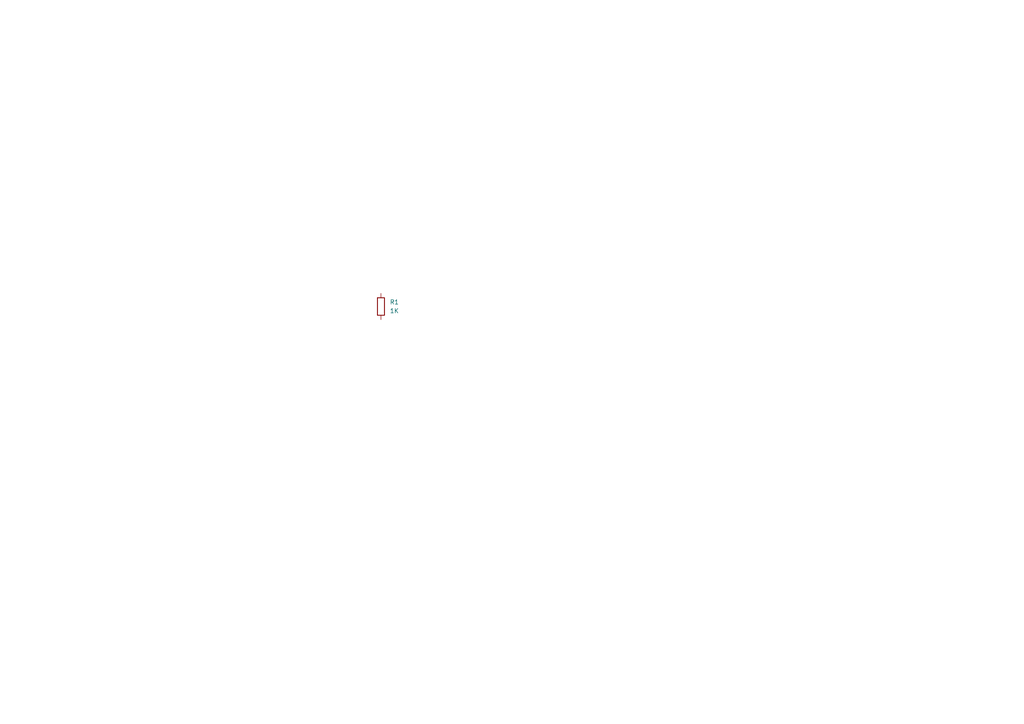
<source format=kicad_sch>
(kicad_sch (version 20250114) (generator "eeschema") (generator_version "9.0")
  (paper "A4")
  (lib_symbols
    (symbol "Device:R" (pin_numbers (hide yes)) (pin_names (offset 0))
      (property "Reference" "R" (at 2.032 0 90))
      (property "Value" "R" (at 0 0 90))
      (symbol "R_0_1"
        (rectangle (start -1.016 -2.54) (end 1.016 2.54) (stroke (width 0.254)))
      )
      (symbol "R_1_1"
        (pin passive line (at 0 3.81 270) (length 1.27) (name "~") (number "1"))
        (pin passive line (at 0 -3.81 90) (length 1.27) (name "~") (number "2"))
      )
    )
  )
  (symbol (lib_id "Device:R") (at 110.49 88.9 0) (unit 1)
    (property "Reference" "R1" (at 113.03 87.6299 0) (effects (justify left)))
    (property "Value" "1K" (at 113.03 90.1699 0) (effects (justify left)))
    (property "Description" "Resistor" (effects (hide yes)))
  )
)
</source>
